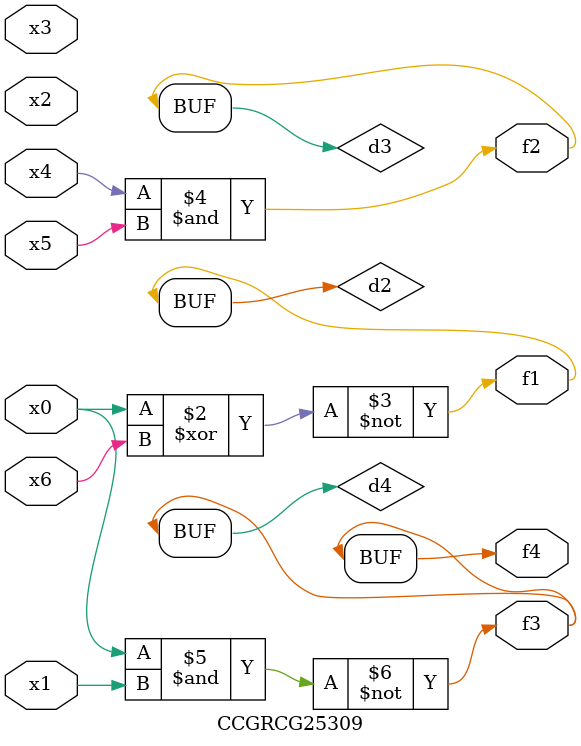
<source format=v>
module CCGRCG25309(
	input x0, x1, x2, x3, x4, x5, x6,
	output f1, f2, f3, f4
);

	wire d1, d2, d3, d4;

	nor (d1, x0);
	xnor (d2, x0, x6);
	and (d3, x4, x5);
	nand (d4, x0, x1);
	assign f1 = d2;
	assign f2 = d3;
	assign f3 = d4;
	assign f4 = d4;
endmodule

</source>
